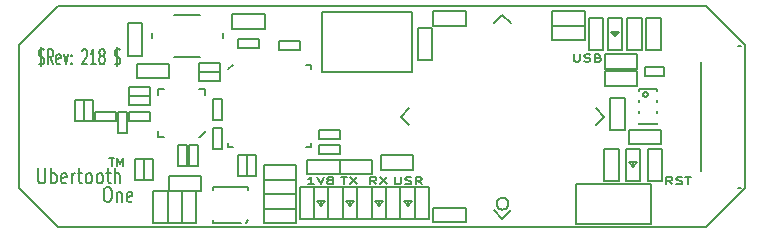
<source format=gto>
G04 (created by PCBNEW-RS274X (2010-12-28 BZR 2695)-testing) date Sun Apr 24 11:48:03 2011*
G01*
G70*
G90*
%MOIN*%
G04 Gerber Fmt 3.4, Leading zero omitted, Abs format*
%FSLAX34Y34*%
G04 APERTURE LIST*
%ADD10C,0.008000*%
%ADD11C,0.006300*%
%ADD12C,0.007500*%
G04 APERTURE END LIST*
G54D10*
G54D11*
X20893Y-19381D02*
X21064Y-19381D01*
X20978Y-19631D02*
X20978Y-19381D01*
X21164Y-19631D02*
X21164Y-19381D01*
X21264Y-19560D01*
X21364Y-19381D01*
X21364Y-19631D01*
X36378Y-15911D02*
X36378Y-16114D01*
X36395Y-16137D01*
X36412Y-16149D01*
X36445Y-16161D01*
X36512Y-16161D01*
X36545Y-16149D01*
X36562Y-16137D01*
X36578Y-16114D01*
X36578Y-15911D01*
X36729Y-16149D02*
X36779Y-16161D01*
X36862Y-16161D01*
X36895Y-16149D01*
X36912Y-16137D01*
X36929Y-16114D01*
X36929Y-16090D01*
X36912Y-16066D01*
X36895Y-16054D01*
X36862Y-16042D01*
X36795Y-16030D01*
X36762Y-16018D01*
X36745Y-16006D01*
X36729Y-15983D01*
X36729Y-15959D01*
X36745Y-15935D01*
X36762Y-15923D01*
X36795Y-15911D01*
X36879Y-15911D01*
X36929Y-15923D01*
X37195Y-16030D02*
X37245Y-16042D01*
X37262Y-16054D01*
X37278Y-16078D01*
X37278Y-16114D01*
X37262Y-16137D01*
X37245Y-16149D01*
X37212Y-16161D01*
X37078Y-16161D01*
X37078Y-15911D01*
X37195Y-15911D01*
X37228Y-15923D01*
X37245Y-15935D01*
X37262Y-15959D01*
X37262Y-15983D01*
X37245Y-16006D01*
X37228Y-16018D01*
X37195Y-16030D01*
X37078Y-16030D01*
X39658Y-20251D02*
X39542Y-20132D01*
X39458Y-20251D02*
X39458Y-20001D01*
X39592Y-20001D01*
X39625Y-20013D01*
X39642Y-20025D01*
X39658Y-20049D01*
X39658Y-20085D01*
X39642Y-20108D01*
X39625Y-20120D01*
X39592Y-20132D01*
X39458Y-20132D01*
X39792Y-20239D02*
X39842Y-20251D01*
X39925Y-20251D01*
X39958Y-20239D01*
X39975Y-20227D01*
X39992Y-20204D01*
X39992Y-20180D01*
X39975Y-20156D01*
X39958Y-20144D01*
X39925Y-20132D01*
X39858Y-20120D01*
X39825Y-20108D01*
X39808Y-20096D01*
X39792Y-20073D01*
X39792Y-20049D01*
X39808Y-20025D01*
X39825Y-20013D01*
X39858Y-20001D01*
X39942Y-20001D01*
X39992Y-20013D01*
X40091Y-20001D02*
X40291Y-20001D01*
X40191Y-20251D02*
X40191Y-20001D01*
X30408Y-20001D02*
X30408Y-20204D01*
X30425Y-20227D01*
X30442Y-20239D01*
X30475Y-20251D01*
X30542Y-20251D01*
X30575Y-20239D01*
X30592Y-20227D01*
X30608Y-20204D01*
X30608Y-20001D01*
X30759Y-20239D02*
X30809Y-20251D01*
X30892Y-20251D01*
X30925Y-20239D01*
X30942Y-20227D01*
X30959Y-20204D01*
X30959Y-20180D01*
X30942Y-20156D01*
X30925Y-20144D01*
X30892Y-20132D01*
X30825Y-20120D01*
X30792Y-20108D01*
X30775Y-20096D01*
X30759Y-20073D01*
X30759Y-20049D01*
X30775Y-20025D01*
X30792Y-20013D01*
X30825Y-20001D01*
X30909Y-20001D01*
X30959Y-20013D01*
X31308Y-20251D02*
X31192Y-20132D01*
X31108Y-20251D02*
X31108Y-20001D01*
X31242Y-20001D01*
X31275Y-20013D01*
X31292Y-20025D01*
X31308Y-20049D01*
X31308Y-20085D01*
X31292Y-20108D01*
X31275Y-20120D01*
X31242Y-20132D01*
X31108Y-20132D01*
X29792Y-20251D02*
X29676Y-20132D01*
X29592Y-20251D02*
X29592Y-20001D01*
X29726Y-20001D01*
X29759Y-20013D01*
X29776Y-20025D01*
X29792Y-20049D01*
X29792Y-20085D01*
X29776Y-20108D01*
X29759Y-20120D01*
X29726Y-20132D01*
X29592Y-20132D01*
X29909Y-20001D02*
X30142Y-20251D01*
X30142Y-20001D02*
X29909Y-20251D01*
X28633Y-20001D02*
X28833Y-20001D01*
X28733Y-20251D02*
X28733Y-20001D01*
X28917Y-20001D02*
X29150Y-20251D01*
X29150Y-20001D02*
X28917Y-20251D01*
X27734Y-20251D02*
X27534Y-20251D01*
X27634Y-20251D02*
X27634Y-20001D01*
X27600Y-20037D01*
X27567Y-20061D01*
X27534Y-20073D01*
X27833Y-20001D02*
X27950Y-20251D01*
X28067Y-20001D01*
X28233Y-20108D02*
X28200Y-20096D01*
X28183Y-20085D01*
X28167Y-20061D01*
X28167Y-20049D01*
X28183Y-20025D01*
X28200Y-20013D01*
X28233Y-20001D01*
X28300Y-20001D01*
X28333Y-20013D01*
X28350Y-20025D01*
X28367Y-20049D01*
X28367Y-20061D01*
X28350Y-20085D01*
X28333Y-20096D01*
X28300Y-20108D01*
X28233Y-20108D01*
X28200Y-20120D01*
X28183Y-20132D01*
X28167Y-20156D01*
X28167Y-20204D01*
X28183Y-20227D01*
X28200Y-20239D01*
X28233Y-20251D01*
X28300Y-20251D01*
X28333Y-20239D01*
X28350Y-20227D01*
X28367Y-20204D01*
X28367Y-20156D01*
X28350Y-20132D01*
X28333Y-20120D01*
X28300Y-20108D01*
G54D10*
X20806Y-20342D02*
X20881Y-20342D01*
X20918Y-20366D01*
X20956Y-20414D01*
X20975Y-20509D01*
X20975Y-20676D01*
X20956Y-20771D01*
X20918Y-20819D01*
X20881Y-20842D01*
X20806Y-20842D01*
X20768Y-20819D01*
X20731Y-20771D01*
X20712Y-20676D01*
X20712Y-20509D01*
X20731Y-20414D01*
X20768Y-20366D01*
X20806Y-20342D01*
X21144Y-20509D02*
X21144Y-20842D01*
X21144Y-20557D02*
X21163Y-20533D01*
X21200Y-20509D01*
X21256Y-20509D01*
X21294Y-20533D01*
X21313Y-20580D01*
X21313Y-20842D01*
X21650Y-20819D02*
X21612Y-20842D01*
X21537Y-20842D01*
X21500Y-20819D01*
X21481Y-20771D01*
X21481Y-20580D01*
X21500Y-20533D01*
X21537Y-20509D01*
X21612Y-20509D01*
X21650Y-20533D01*
X21669Y-20580D01*
X21669Y-20628D01*
X21481Y-20676D01*
X18527Y-19722D02*
X18527Y-20127D01*
X18546Y-20175D01*
X18565Y-20199D01*
X18603Y-20222D01*
X18680Y-20222D01*
X18718Y-20199D01*
X18737Y-20175D01*
X18756Y-20127D01*
X18756Y-19722D01*
X18946Y-20222D02*
X18946Y-19722D01*
X18946Y-19913D02*
X18984Y-19889D01*
X19061Y-19889D01*
X19099Y-19913D01*
X19118Y-19937D01*
X19137Y-19984D01*
X19137Y-20127D01*
X19118Y-20175D01*
X19099Y-20199D01*
X19061Y-20222D01*
X18984Y-20222D01*
X18946Y-20199D01*
X19461Y-20199D02*
X19423Y-20222D01*
X19346Y-20222D01*
X19308Y-20199D01*
X19289Y-20151D01*
X19289Y-19960D01*
X19308Y-19913D01*
X19346Y-19889D01*
X19423Y-19889D01*
X19461Y-19913D01*
X19480Y-19960D01*
X19480Y-20008D01*
X19289Y-20056D01*
X19651Y-20222D02*
X19651Y-19889D01*
X19651Y-19984D02*
X19670Y-19937D01*
X19689Y-19913D01*
X19727Y-19889D01*
X19766Y-19889D01*
X19842Y-19889D02*
X19994Y-19889D01*
X19899Y-19722D02*
X19899Y-20151D01*
X19918Y-20199D01*
X19956Y-20222D01*
X19994Y-20222D01*
X20185Y-20222D02*
X20147Y-20199D01*
X20128Y-20175D01*
X20109Y-20127D01*
X20109Y-19984D01*
X20128Y-19937D01*
X20147Y-19913D01*
X20185Y-19889D01*
X20243Y-19889D01*
X20281Y-19913D01*
X20300Y-19937D01*
X20319Y-19984D01*
X20319Y-20127D01*
X20300Y-20175D01*
X20281Y-20199D01*
X20243Y-20222D01*
X20185Y-20222D01*
X20547Y-20222D02*
X20509Y-20199D01*
X20490Y-20175D01*
X20471Y-20127D01*
X20471Y-19984D01*
X20490Y-19937D01*
X20509Y-19913D01*
X20547Y-19889D01*
X20605Y-19889D01*
X20643Y-19913D01*
X20662Y-19937D01*
X20681Y-19984D01*
X20681Y-20127D01*
X20662Y-20175D01*
X20643Y-20199D01*
X20605Y-20222D01*
X20547Y-20222D01*
X20795Y-19889D02*
X20947Y-19889D01*
X20852Y-19722D02*
X20852Y-20151D01*
X20871Y-20199D01*
X20909Y-20222D01*
X20947Y-20222D01*
X21081Y-20222D02*
X21081Y-19722D01*
X21253Y-20222D02*
X21253Y-19960D01*
X21234Y-19913D01*
X21196Y-19889D01*
X21138Y-19889D01*
X21100Y-19913D01*
X21081Y-19937D01*
G54D12*
X18549Y-16224D02*
X18592Y-16247D01*
X18663Y-16247D01*
X18692Y-16224D01*
X18706Y-16200D01*
X18721Y-16152D01*
X18721Y-16105D01*
X18706Y-16057D01*
X18692Y-16033D01*
X18663Y-16009D01*
X18606Y-15985D01*
X18578Y-15962D01*
X18563Y-15938D01*
X18549Y-15890D01*
X18549Y-15843D01*
X18563Y-15795D01*
X18578Y-15771D01*
X18606Y-15747D01*
X18678Y-15747D01*
X18721Y-15771D01*
X18635Y-15676D02*
X18635Y-16319D01*
X19021Y-16247D02*
X18921Y-16009D01*
X18849Y-16247D02*
X18849Y-15747D01*
X18964Y-15747D01*
X18992Y-15771D01*
X19007Y-15795D01*
X19021Y-15843D01*
X19021Y-15914D01*
X19007Y-15962D01*
X18992Y-15985D01*
X18964Y-16009D01*
X18849Y-16009D01*
X19264Y-16224D02*
X19235Y-16247D01*
X19178Y-16247D01*
X19149Y-16224D01*
X19135Y-16176D01*
X19135Y-15985D01*
X19149Y-15938D01*
X19178Y-15914D01*
X19235Y-15914D01*
X19264Y-15938D01*
X19278Y-15985D01*
X19278Y-16033D01*
X19135Y-16081D01*
X19378Y-15914D02*
X19449Y-16247D01*
X19521Y-15914D01*
X19635Y-16200D02*
X19650Y-16224D01*
X19635Y-16247D01*
X19621Y-16224D01*
X19635Y-16200D01*
X19635Y-16247D01*
X19635Y-15938D02*
X19650Y-15962D01*
X19635Y-15985D01*
X19621Y-15962D01*
X19635Y-15938D01*
X19635Y-15985D01*
X19993Y-15795D02*
X20007Y-15771D01*
X20036Y-15747D01*
X20107Y-15747D01*
X20136Y-15771D01*
X20150Y-15795D01*
X20165Y-15843D01*
X20165Y-15890D01*
X20150Y-15962D01*
X19979Y-16247D01*
X20165Y-16247D01*
X20451Y-16247D02*
X20279Y-16247D01*
X20365Y-16247D02*
X20365Y-15747D01*
X20336Y-15819D01*
X20308Y-15866D01*
X20279Y-15890D01*
X20622Y-15962D02*
X20594Y-15938D01*
X20579Y-15914D01*
X20565Y-15866D01*
X20565Y-15843D01*
X20579Y-15795D01*
X20594Y-15771D01*
X20622Y-15747D01*
X20679Y-15747D01*
X20708Y-15771D01*
X20722Y-15795D01*
X20737Y-15843D01*
X20737Y-15866D01*
X20722Y-15914D01*
X20708Y-15938D01*
X20679Y-15962D01*
X20622Y-15962D01*
X20594Y-15985D01*
X20579Y-16009D01*
X20565Y-16057D01*
X20565Y-16152D01*
X20579Y-16200D01*
X20594Y-16224D01*
X20622Y-16247D01*
X20679Y-16247D01*
X20708Y-16224D01*
X20722Y-16200D01*
X20737Y-16152D01*
X20737Y-16057D01*
X20722Y-16009D01*
X20708Y-15985D01*
X20679Y-15962D01*
X21080Y-16224D02*
X21123Y-16247D01*
X21194Y-16247D01*
X21223Y-16224D01*
X21237Y-16200D01*
X21252Y-16152D01*
X21252Y-16105D01*
X21237Y-16057D01*
X21223Y-16033D01*
X21194Y-16009D01*
X21137Y-15985D01*
X21109Y-15962D01*
X21094Y-15938D01*
X21080Y-15890D01*
X21080Y-15843D01*
X21094Y-15795D01*
X21109Y-15771D01*
X21137Y-15747D01*
X21209Y-15747D01*
X21252Y-15771D01*
X21166Y-15676D02*
X21166Y-16319D01*
G54D10*
X19200Y-14320D02*
X40800Y-14320D01*
X40800Y-21680D02*
X19200Y-21680D01*
X17900Y-20380D02*
X17900Y-15620D01*
X42100Y-20380D02*
X42100Y-15620D01*
X17900Y-20380D02*
X19200Y-21680D01*
X42100Y-20380D02*
X40800Y-21680D01*
X42100Y-15620D02*
X40800Y-14320D01*
X17900Y-15620D02*
X19200Y-14320D01*
X21116Y-17850D02*
X21116Y-18150D01*
X21116Y-18150D02*
X20416Y-18150D01*
X20416Y-18150D02*
X20416Y-17850D01*
X20416Y-17850D02*
X21116Y-17850D01*
X22319Y-15221D02*
X22319Y-15379D01*
X24681Y-15221D02*
X24681Y-15379D01*
X23067Y-16009D02*
X23933Y-16009D01*
X23067Y-14591D02*
X23933Y-14591D01*
X34196Y-20895D02*
X34192Y-20933D01*
X34181Y-20969D01*
X34163Y-21003D01*
X34139Y-21033D01*
X34109Y-21057D01*
X34075Y-21075D01*
X34039Y-21086D01*
X34001Y-21090D01*
X33964Y-21087D01*
X33927Y-21076D01*
X33893Y-21059D01*
X33863Y-21035D01*
X33839Y-21005D01*
X33820Y-20972D01*
X33809Y-20935D01*
X33805Y-20897D01*
X33808Y-20860D01*
X33818Y-20823D01*
X33836Y-20789D01*
X33860Y-20759D01*
X33889Y-20735D01*
X33922Y-20716D01*
X33958Y-20704D01*
X33996Y-20700D01*
X34034Y-20702D01*
X34070Y-20713D01*
X34105Y-20730D01*
X34135Y-20754D01*
X34160Y-20783D01*
X34179Y-20816D01*
X34191Y-20852D01*
X34195Y-20890D01*
X34196Y-20895D01*
X30882Y-17721D02*
X30603Y-18000D01*
X30603Y-18000D02*
X30882Y-18279D01*
X34279Y-14882D02*
X34000Y-14603D01*
X34000Y-14603D02*
X33721Y-14882D01*
X37118Y-18279D02*
X37397Y-18000D01*
X37397Y-18000D02*
X37118Y-17721D01*
X33721Y-21118D02*
X34000Y-21397D01*
X34000Y-21397D02*
X34279Y-21118D01*
X31000Y-16500D02*
X28000Y-16500D01*
X28000Y-14500D02*
X31000Y-14500D01*
X31000Y-14500D02*
X31000Y-16500D01*
X28000Y-16500D02*
X28000Y-14500D01*
X20350Y-18150D02*
X20050Y-18150D01*
X20050Y-18150D02*
X20050Y-17450D01*
X20050Y-17450D02*
X20350Y-17450D01*
X20350Y-17450D02*
X20350Y-18150D01*
X22250Y-17000D02*
X22250Y-17300D01*
X22250Y-17300D02*
X21550Y-17300D01*
X21550Y-17300D02*
X21550Y-17000D01*
X21550Y-17000D02*
X22250Y-17000D01*
X21182Y-17850D02*
X21482Y-17850D01*
X21482Y-17850D02*
X21482Y-18550D01*
X21482Y-18550D02*
X21182Y-18550D01*
X21182Y-18550D02*
X21182Y-17850D01*
X22250Y-17300D02*
X22250Y-17600D01*
X22250Y-17600D02*
X21550Y-17600D01*
X21550Y-17600D02*
X21550Y-17300D01*
X21550Y-17300D02*
X22250Y-17300D01*
X21550Y-18150D02*
X21550Y-17850D01*
X21550Y-17850D02*
X22250Y-17850D01*
X22250Y-17850D02*
X22250Y-18150D01*
X22250Y-18150D02*
X21550Y-18150D01*
X22349Y-20096D02*
X22049Y-20096D01*
X22049Y-20096D02*
X22049Y-19396D01*
X22049Y-19396D02*
X22349Y-19396D01*
X22349Y-19396D02*
X22349Y-20096D01*
X22049Y-20096D02*
X21749Y-20096D01*
X21749Y-20096D02*
X21749Y-19396D01*
X21749Y-19396D02*
X22049Y-19396D01*
X22049Y-19396D02*
X22049Y-20096D01*
X23862Y-19628D02*
X23562Y-19628D01*
X23562Y-19628D02*
X23562Y-18928D01*
X23562Y-18928D02*
X23862Y-18928D01*
X23862Y-18928D02*
X23862Y-19628D01*
X24645Y-19088D02*
X24345Y-19088D01*
X24345Y-19088D02*
X24345Y-18388D01*
X24345Y-18388D02*
X24645Y-18388D01*
X24645Y-18388D02*
X24645Y-19088D01*
X23900Y-16500D02*
X23900Y-16200D01*
X23900Y-16200D02*
X24600Y-16200D01*
X24600Y-16200D02*
X24600Y-16500D01*
X24600Y-16500D02*
X23900Y-16500D01*
X23900Y-16800D02*
X23900Y-16500D01*
X23900Y-16500D02*
X24600Y-16500D01*
X24600Y-16500D02*
X24600Y-16800D01*
X24600Y-16800D02*
X23900Y-16800D01*
X25490Y-19970D02*
X25190Y-19970D01*
X25190Y-19970D02*
X25190Y-19270D01*
X25190Y-19270D02*
X25490Y-19270D01*
X25490Y-19270D02*
X25490Y-19970D01*
X25490Y-19270D02*
X25790Y-19270D01*
X25790Y-19270D02*
X25790Y-19970D01*
X25790Y-19970D02*
X25490Y-19970D01*
X25490Y-19970D02*
X25490Y-19270D01*
X27260Y-15480D02*
X27260Y-15780D01*
X27260Y-15780D02*
X26560Y-15780D01*
X26560Y-15780D02*
X26560Y-15480D01*
X26560Y-15480D02*
X27260Y-15480D01*
X27870Y-18730D02*
X27870Y-18430D01*
X27870Y-18430D02*
X28570Y-18430D01*
X28570Y-18430D02*
X28570Y-18730D01*
X28570Y-18730D02*
X27870Y-18730D01*
X27870Y-19230D02*
X27870Y-18930D01*
X27870Y-18930D02*
X28570Y-18930D01*
X28570Y-18930D02*
X28570Y-19230D01*
X28570Y-19230D02*
X27870Y-19230D01*
X20050Y-18150D02*
X19750Y-18150D01*
X19750Y-18150D02*
X19750Y-17450D01*
X19750Y-17450D02*
X20050Y-17450D01*
X20050Y-17450D02*
X20050Y-18150D01*
X23502Y-19628D02*
X23202Y-19628D01*
X23202Y-19628D02*
X23202Y-18928D01*
X23202Y-18928D02*
X23502Y-18928D01*
X23502Y-18928D02*
X23502Y-19628D01*
X25880Y-15420D02*
X25880Y-15720D01*
X25880Y-15720D02*
X25180Y-15720D01*
X25180Y-15720D02*
X25180Y-15420D01*
X25180Y-15420D02*
X25880Y-15420D01*
X28200Y-20340D02*
X28200Y-21420D01*
X28200Y-21420D02*
X28680Y-21420D01*
X28680Y-21420D02*
X28680Y-20340D01*
X28680Y-20340D02*
X28200Y-20340D01*
X29160Y-20340D02*
X29160Y-21420D01*
X29160Y-21420D02*
X29640Y-21420D01*
X29640Y-21420D02*
X29640Y-20340D01*
X29640Y-20340D02*
X29160Y-20340D01*
X30120Y-20340D02*
X30120Y-21420D01*
X30120Y-21420D02*
X30600Y-21420D01*
X30600Y-21420D02*
X30600Y-20340D01*
X30600Y-20340D02*
X30120Y-20340D01*
X31080Y-20340D02*
X31080Y-21420D01*
X31080Y-21420D02*
X31560Y-21420D01*
X31560Y-21420D02*
X31560Y-20340D01*
X31560Y-20340D02*
X31080Y-20340D01*
X37880Y-20140D02*
X37880Y-19060D01*
X37880Y-19060D02*
X37400Y-19060D01*
X37400Y-19060D02*
X37400Y-20140D01*
X37400Y-20140D02*
X37880Y-20140D01*
X37360Y-15780D02*
X37360Y-14700D01*
X37360Y-14700D02*
X36880Y-14700D01*
X36880Y-14700D02*
X36880Y-15780D01*
X36880Y-15780D02*
X37360Y-15780D01*
X27930Y-20860D02*
X27990Y-20860D01*
X27960Y-20960D02*
X28090Y-20800D01*
X28090Y-20800D02*
X27830Y-20800D01*
X27830Y-20800D02*
X27960Y-20960D01*
X28200Y-21420D02*
X28200Y-20340D01*
X28200Y-20340D02*
X27720Y-20340D01*
X27720Y-20340D02*
X27720Y-21420D01*
X27720Y-21420D02*
X28200Y-21420D01*
X28890Y-20860D02*
X28950Y-20860D01*
X28920Y-20960D02*
X29050Y-20800D01*
X29050Y-20800D02*
X28790Y-20800D01*
X28790Y-20800D02*
X28920Y-20960D01*
X29160Y-21420D02*
X29160Y-20340D01*
X29160Y-20340D02*
X28680Y-20340D01*
X28680Y-20340D02*
X28680Y-21420D01*
X28680Y-21420D02*
X29160Y-21420D01*
X29850Y-20860D02*
X29910Y-20860D01*
X29880Y-20960D02*
X30010Y-20800D01*
X30010Y-20800D02*
X29750Y-20800D01*
X29750Y-20800D02*
X29880Y-20960D01*
X30120Y-21420D02*
X30120Y-20340D01*
X30120Y-20340D02*
X29640Y-20340D01*
X29640Y-20340D02*
X29640Y-21420D01*
X29640Y-21420D02*
X30120Y-21420D01*
X30810Y-20860D02*
X30870Y-20860D01*
X30840Y-20960D02*
X30970Y-20800D01*
X30970Y-20800D02*
X30710Y-20800D01*
X30710Y-20800D02*
X30840Y-20960D01*
X31080Y-21420D02*
X31080Y-20340D01*
X31080Y-20340D02*
X30600Y-20340D01*
X30600Y-20340D02*
X30600Y-21420D01*
X30600Y-21420D02*
X31080Y-21420D01*
X38330Y-19580D02*
X38390Y-19580D01*
X38360Y-19680D02*
X38490Y-19520D01*
X38490Y-19520D02*
X38230Y-19520D01*
X38230Y-19520D02*
X38360Y-19680D01*
X38600Y-20140D02*
X38600Y-19060D01*
X38600Y-19060D02*
X38120Y-19060D01*
X38120Y-19060D02*
X38120Y-20140D01*
X38120Y-20140D02*
X38600Y-20140D01*
X37730Y-15220D02*
X37790Y-15220D01*
X37760Y-15320D02*
X37890Y-15160D01*
X37890Y-15160D02*
X37630Y-15160D01*
X37630Y-15160D02*
X37760Y-15320D01*
X38000Y-15780D02*
X38000Y-14700D01*
X38000Y-14700D02*
X37520Y-14700D01*
X37520Y-14700D02*
X37520Y-15780D01*
X37520Y-15780D02*
X38000Y-15780D01*
X31020Y-19280D02*
X29940Y-19280D01*
X29940Y-19280D02*
X29940Y-19760D01*
X29940Y-19760D02*
X31020Y-19760D01*
X31020Y-19760D02*
X31020Y-19280D01*
X31700Y-21520D02*
X32780Y-21520D01*
X32780Y-21520D02*
X32780Y-21040D01*
X32780Y-21040D02*
X31700Y-21040D01*
X31700Y-21040D02*
X31700Y-21520D01*
X31180Y-15040D02*
X31180Y-16120D01*
X31180Y-16120D02*
X31660Y-16120D01*
X31660Y-16120D02*
X31660Y-15040D01*
X31660Y-15040D02*
X31180Y-15040D01*
X29660Y-19440D02*
X28580Y-19440D01*
X28580Y-19440D02*
X28580Y-19920D01*
X28580Y-19920D02*
X29660Y-19920D01*
X29660Y-19920D02*
X29660Y-19440D01*
X32780Y-14480D02*
X31700Y-14480D01*
X31700Y-14480D02*
X31700Y-14960D01*
X31700Y-14960D02*
X32780Y-14960D01*
X32780Y-14960D02*
X32780Y-14480D01*
X28580Y-19440D02*
X27500Y-19440D01*
X27500Y-19440D02*
X27500Y-19920D01*
X27500Y-19920D02*
X28580Y-19920D01*
X28580Y-19920D02*
X28580Y-19440D01*
X38080Y-18440D02*
X38080Y-17360D01*
X38080Y-17360D02*
X37600Y-17360D01*
X37600Y-17360D02*
X37600Y-18440D01*
X37600Y-18440D02*
X38080Y-18440D01*
X36740Y-14960D02*
X35660Y-14960D01*
X35660Y-14960D02*
X35660Y-15440D01*
X35660Y-15440D02*
X36740Y-15440D01*
X36740Y-15440D02*
X36740Y-14960D01*
X27240Y-20340D02*
X27240Y-21420D01*
X27240Y-21420D02*
X27720Y-21420D01*
X27720Y-21420D02*
X27720Y-20340D01*
X27720Y-20340D02*
X27240Y-20340D01*
X38840Y-19060D02*
X38840Y-20140D01*
X38840Y-20140D02*
X39320Y-20140D01*
X39320Y-20140D02*
X39320Y-19060D01*
X39320Y-19060D02*
X38840Y-19060D01*
X36740Y-14480D02*
X35660Y-14480D01*
X35660Y-14480D02*
X35660Y-14960D01*
X35660Y-14960D02*
X36740Y-14960D01*
X36740Y-14960D02*
X36740Y-14480D01*
X38160Y-14700D02*
X38160Y-15780D01*
X38160Y-15780D02*
X38640Y-15780D01*
X38640Y-15780D02*
X38640Y-14700D01*
X38640Y-14700D02*
X38160Y-14700D01*
X37420Y-16400D02*
X38500Y-16400D01*
X38500Y-16400D02*
X38500Y-15920D01*
X38500Y-15920D02*
X37420Y-15920D01*
X37420Y-15920D02*
X37420Y-16400D01*
X37420Y-16960D02*
X38500Y-16960D01*
X38500Y-16960D02*
X38500Y-16480D01*
X38500Y-16480D02*
X37420Y-16480D01*
X37420Y-16480D02*
X37420Y-16960D01*
X38800Y-14700D02*
X38800Y-15780D01*
X38800Y-15780D02*
X39280Y-15780D01*
X39280Y-15780D02*
X39280Y-14700D01*
X39280Y-14700D02*
X38800Y-14700D01*
X38220Y-18920D02*
X39300Y-18920D01*
X39300Y-18920D02*
X39300Y-18440D01*
X39300Y-18440D02*
X38220Y-18440D01*
X38220Y-18440D02*
X38220Y-18920D01*
X38950Y-20230D02*
X36450Y-20230D01*
X38950Y-20230D02*
X38950Y-21570D01*
X36450Y-20230D02*
X36450Y-21570D01*
X36450Y-21570D02*
X38950Y-21570D01*
X24645Y-18094D02*
X24345Y-18094D01*
X24345Y-18094D02*
X24345Y-17394D01*
X24345Y-17394D02*
X24645Y-17394D01*
X24645Y-17394D02*
X24645Y-18094D01*
X21810Y-16710D02*
X22890Y-16710D01*
X22890Y-16710D02*
X22890Y-16230D01*
X22890Y-16230D02*
X21810Y-16230D01*
X21810Y-16230D02*
X21810Y-16710D01*
X27120Y-20100D02*
X26040Y-20100D01*
X26040Y-20100D02*
X26040Y-20580D01*
X26040Y-20580D02*
X27120Y-20580D01*
X27120Y-20580D02*
X27120Y-20100D01*
X27120Y-21060D02*
X26040Y-21060D01*
X26040Y-21060D02*
X26040Y-21540D01*
X26040Y-21540D02*
X27120Y-21540D01*
X27120Y-21540D02*
X27120Y-21060D01*
X27120Y-20580D02*
X26040Y-20580D01*
X26040Y-20580D02*
X26040Y-21060D01*
X26040Y-21060D02*
X27120Y-21060D01*
X27120Y-21060D02*
X27120Y-20580D01*
X38745Y-16637D02*
X39375Y-16637D01*
X39375Y-16637D02*
X39375Y-16323D01*
X39375Y-16323D02*
X38745Y-16323D01*
X38745Y-16323D02*
X38745Y-16637D01*
X21520Y-14880D02*
X21520Y-15960D01*
X21520Y-15960D02*
X22000Y-15960D01*
X22000Y-15960D02*
X22000Y-14880D01*
X22000Y-14880D02*
X21520Y-14880D01*
X26080Y-14580D02*
X25000Y-14580D01*
X25000Y-14580D02*
X25000Y-15060D01*
X25000Y-15060D02*
X26080Y-15060D01*
X26080Y-15060D02*
X26080Y-14580D01*
X38843Y-17247D02*
X38841Y-17262D01*
X38836Y-17277D01*
X38829Y-17291D01*
X38819Y-17304D01*
X38807Y-17314D01*
X38793Y-17321D01*
X38778Y-17326D01*
X38762Y-17327D01*
X38747Y-17326D01*
X38732Y-17322D01*
X38718Y-17314D01*
X38706Y-17304D01*
X38696Y-17292D01*
X38688Y-17278D01*
X38683Y-17263D01*
X38682Y-17248D01*
X38683Y-17233D01*
X38687Y-17218D01*
X38694Y-17204D01*
X38704Y-17191D01*
X38716Y-17181D01*
X38730Y-17173D01*
X38745Y-17168D01*
X38761Y-17167D01*
X38776Y-17168D01*
X38791Y-17172D01*
X38805Y-17179D01*
X38817Y-17189D01*
X38828Y-17201D01*
X38835Y-17215D01*
X38840Y-17230D01*
X38842Y-17245D01*
X38843Y-17247D01*
X39155Y-17817D02*
X39155Y-17877D01*
X39155Y-17443D02*
X39155Y-17503D01*
X38565Y-17503D02*
X38565Y-17443D01*
X38565Y-17877D02*
X38565Y-17817D01*
X39155Y-18231D02*
X39155Y-18191D01*
X39155Y-18231D02*
X38565Y-18231D01*
X38565Y-18231D02*
X38565Y-18191D01*
X39155Y-17089D02*
X39155Y-17129D01*
X39155Y-17089D02*
X38565Y-17089D01*
X38565Y-17089D02*
X38565Y-17129D01*
X25011Y-16262D02*
X24853Y-16420D01*
X27609Y-16420D02*
X27609Y-16262D01*
X27609Y-16262D02*
X27451Y-16262D01*
X27451Y-19018D02*
X27609Y-19018D01*
X27609Y-19018D02*
X27609Y-18860D01*
X24853Y-18860D02*
X24853Y-19018D01*
X24853Y-19018D02*
X25011Y-19018D01*
X23897Y-18659D02*
X23936Y-18659D01*
X23936Y-18659D02*
X24093Y-18502D01*
X24093Y-18502D02*
X24093Y-18463D01*
X22519Y-18463D02*
X22519Y-18659D01*
X22519Y-18659D02*
X22715Y-18659D01*
X22715Y-17085D02*
X22519Y-17085D01*
X22519Y-17085D02*
X22519Y-17281D01*
X24093Y-17281D02*
X24093Y-17085D01*
X24093Y-17085D02*
X23897Y-17085D01*
X24349Y-21531D02*
X25294Y-21531D01*
X25531Y-21452D02*
X25452Y-21531D01*
X24349Y-21452D02*
X24349Y-21531D01*
X24349Y-20349D02*
X24349Y-20428D01*
X25531Y-20349D02*
X25531Y-20428D01*
X24349Y-20349D02*
X25531Y-20349D01*
X22880Y-20460D02*
X23960Y-20460D01*
X23960Y-20460D02*
X23960Y-19980D01*
X23960Y-19980D02*
X22880Y-19980D01*
X22880Y-19980D02*
X22880Y-20460D01*
X22840Y-21540D02*
X22840Y-20460D01*
X22840Y-20460D02*
X22360Y-20460D01*
X22360Y-20460D02*
X22360Y-21540D01*
X22360Y-21540D02*
X22840Y-21540D01*
X23320Y-21540D02*
X23320Y-20460D01*
X23320Y-20460D02*
X22840Y-20460D01*
X22840Y-20460D02*
X22840Y-21540D01*
X22840Y-21540D02*
X23320Y-21540D01*
X23320Y-20460D02*
X23320Y-21540D01*
X23320Y-21540D02*
X23800Y-21540D01*
X23800Y-21540D02*
X23800Y-20460D01*
X23800Y-20460D02*
X23320Y-20460D01*
X26040Y-20100D02*
X27120Y-20100D01*
X27120Y-20100D02*
X27120Y-19620D01*
X27120Y-19620D02*
X26040Y-19620D01*
X26040Y-19620D02*
X26040Y-20100D01*
X41943Y-15638D02*
X41864Y-15638D01*
X41943Y-20362D02*
X41864Y-20362D01*
X40624Y-19811D02*
X40624Y-16189D01*
M02*

</source>
